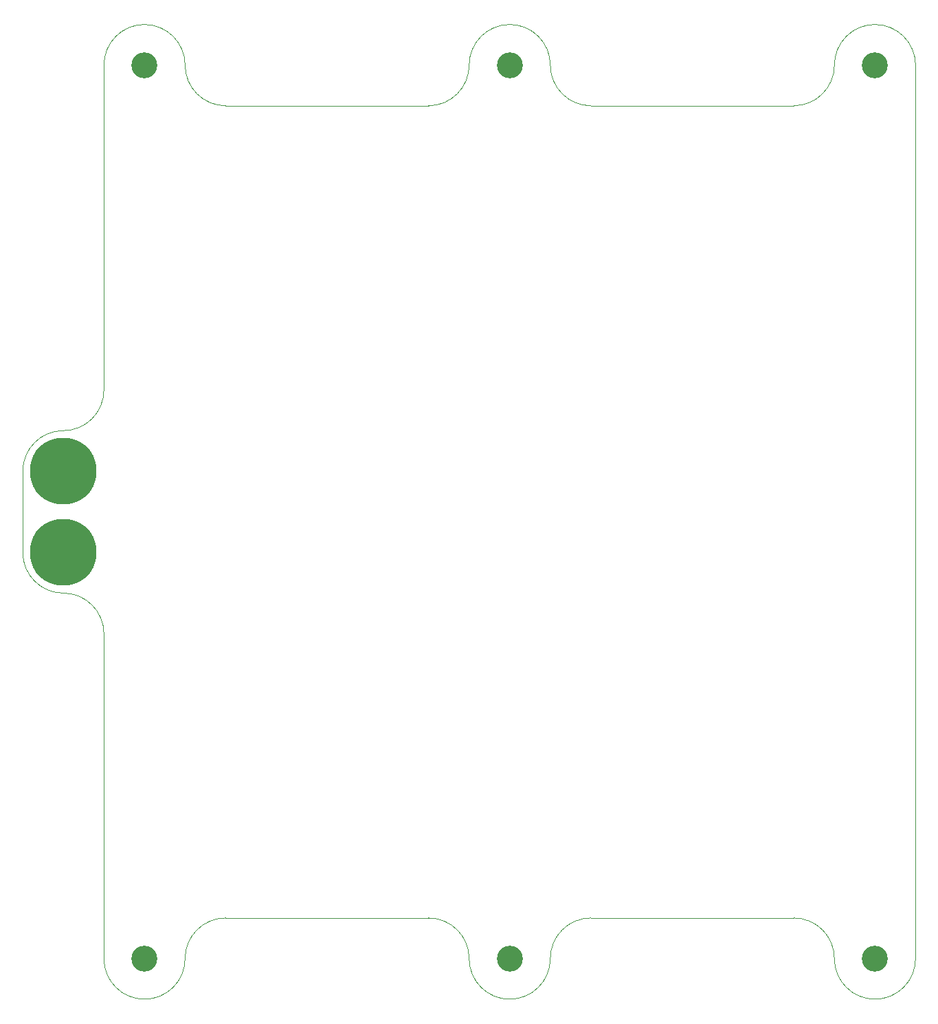
<source format=gbr>
%TF.GenerationSoftware,KiCad,Pcbnew,7.0.5*%
%TF.CreationDate,2023-06-24T20:49:16-04:00*%
%TF.ProjectId,Reflow,5265666c-6f77-42e6-9b69-6361645f7063,rev?*%
%TF.SameCoordinates,Original*%
%TF.FileFunction,Soldermask,Top*%
%TF.FilePolarity,Negative*%
%FSLAX46Y46*%
G04 Gerber Fmt 4.6, Leading zero omitted, Abs format (unit mm)*
G04 Created by KiCad (PCBNEW 7.0.5) date 2023-06-24 20:49:16*
%MOMM*%
%LPD*%
G01*
G04 APERTURE LIST*
%ADD10C,3.200000*%
%ADD11C,8.200000*%
%TA.AperFunction,Profile*%
%ADD12C,0.100000*%
%TD*%
G04 APERTURE END LIST*
D10*
%TO.C,J7*%
X55000000Y-155000000D03*
%TD*%
D11*
%TO.C,J8*%
X45000000Y-105000000D03*
%TD*%
D10*
%TO.C,J6*%
X100000000Y-155000000D03*
%TD*%
%TO.C,J2*%
X55000000Y-45000000D03*
%TD*%
D11*
%TO.C,J1*%
X45000000Y-95000000D03*
%TD*%
D10*
%TO.C,J4*%
X145000000Y-45000000D03*
%TD*%
%TO.C,J5*%
X145000000Y-155000000D03*
%TD*%
%TO.C,J3*%
X100000000Y-45000000D03*
%TD*%
D12*
X50000000Y-155000000D02*
G75*
G03*
X55000000Y-160000000I5000000J0D01*
G01*
X135000000Y-50000000D02*
X110000000Y-50000000D01*
X100000000Y-160000000D02*
G75*
G03*
X105000000Y-155000000I0J5000000D01*
G01*
X60000000Y-45000000D02*
G75*
G03*
X65000000Y-50000000I5000000J0D01*
G01*
X95000000Y-155000000D02*
G75*
G03*
X90000000Y-150000000I-5000000J0D01*
G01*
X110000000Y-150000000D02*
G75*
G03*
X105000000Y-155000000I0J-5000000D01*
G01*
X140000000Y-155000000D02*
G75*
G03*
X145000000Y-160000000I5000000J0D01*
G01*
X60000000Y-45000000D02*
G75*
G03*
X55000000Y-40000000I-5000000J0D01*
G01*
X105000000Y-45000000D02*
G75*
G03*
X100000000Y-40000000I-5000000J0D01*
G01*
X50000000Y-45000000D02*
X50000000Y-85000000D01*
X145000000Y-160000000D02*
G75*
G03*
X150000000Y-155000000I0J5000000D01*
G01*
X90000000Y-50000000D02*
X65000000Y-50000000D01*
X40000000Y-105000000D02*
G75*
G03*
X45000000Y-110000000I5000000J0D01*
G01*
X55000000Y-40000000D02*
G75*
G03*
X50000000Y-45000000I0J-5000000D01*
G01*
X145000000Y-40000000D02*
G75*
G03*
X140000000Y-45000000I0J-5000000D01*
G01*
X100000000Y-40000000D02*
G75*
G03*
X95000000Y-45000000I0J-5000000D01*
G01*
X50000001Y-115000000D02*
G75*
G03*
X45000000Y-109999999I-5000001J0D01*
G01*
X90000000Y-50000000D02*
G75*
G03*
X95000000Y-45000000I0J5000000D01*
G01*
X150000000Y-155000000D02*
X150000000Y-45000000D01*
X95000000Y-155000000D02*
G75*
G03*
X100000000Y-160000000I5000000J0D01*
G01*
X45000000Y-90000000D02*
G75*
G03*
X50000000Y-85000000I0J5000000D01*
G01*
X65000000Y-150000000D02*
G75*
G03*
X60000000Y-155000000I0J-5000000D01*
G01*
X50000000Y-115000000D02*
X50000000Y-155000000D01*
X40000000Y-95000000D02*
X40000000Y-105000000D01*
X110000000Y-150000000D02*
X135000000Y-150000000D01*
X150000000Y-45000000D02*
G75*
G03*
X145000000Y-40000000I-5000000J0D01*
G01*
X105000000Y-45000000D02*
G75*
G03*
X110000000Y-50000000I5000000J0D01*
G01*
X55000000Y-160000000D02*
G75*
G03*
X60000000Y-155000000I0J5000000D01*
G01*
X45000000Y-90000000D02*
G75*
G03*
X40000000Y-95000000I0J-5000000D01*
G01*
X65000000Y-150000000D02*
X90000000Y-150000000D01*
X140000000Y-155000000D02*
G75*
G03*
X135000000Y-150000000I-5000000J0D01*
G01*
X135000000Y-50000000D02*
G75*
G03*
X140000000Y-45000000I0J5000000D01*
G01*
M02*

</source>
